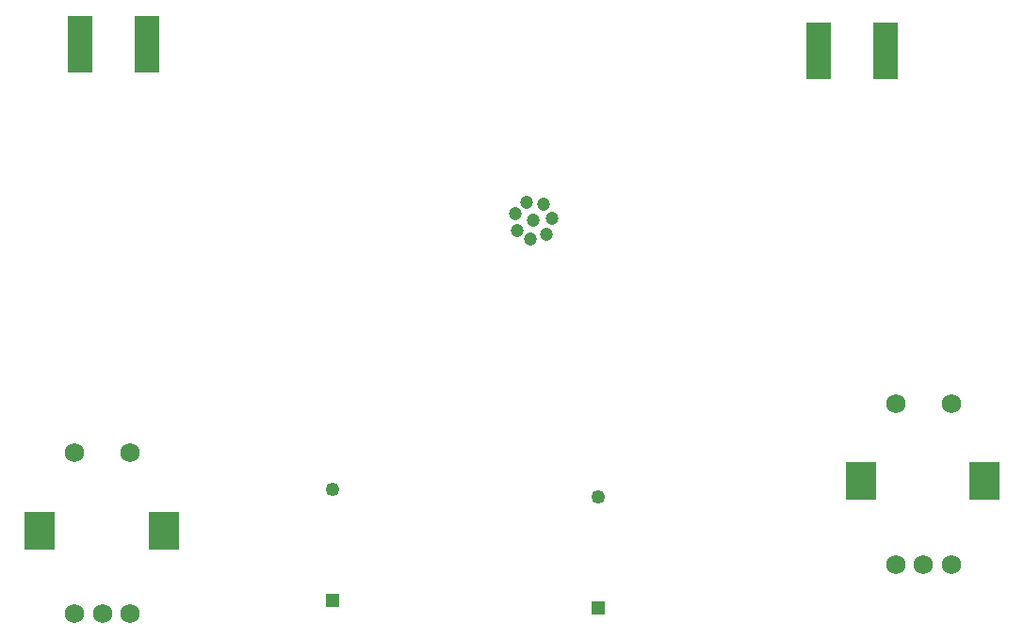
<source format=gbr>
G04*
G04 #@! TF.GenerationSoftware,Altium Limited,Altium Designer,24.10.1 (45)*
G04*
G04 Layer_Color=16711935*
%FSLAX44Y44*%
%MOMM*%
G71*
G04*
G04 #@! TF.SameCoordinates,B1CABA93-0C74-4B59-BD3F-C8C2F7FF4E79*
G04*
G04*
G04 #@! TF.FilePolarity,Negative*
G04*
G01*
G75*
%ADD12C,1.2032*%
%ADD13R,2.2032X5.2032*%
%ADD14R,2.8032X3.4032*%
%ADD15C,1.7532*%
%ADD16R,1.2500X1.2500*%
%ADD17C,1.2500*%
D12*
X829310Y486410D02*
D03*
X838503Y500710D02*
D03*
X823861Y502513D02*
D03*
X813323Y492190D02*
D03*
X814823Y477514D02*
D03*
X846222Y488139D02*
D03*
X827233Y469537D02*
D03*
X841206Y474266D02*
D03*
D13*
X482120Y645160D02*
D03*
X422120D02*
D03*
X1145850Y638810D02*
D03*
X1085850D02*
D03*
D14*
X497270Y207320D02*
D03*
X386270D02*
D03*
X1235140Y251770D02*
D03*
X1124140D02*
D03*
D15*
X417270Y277320D02*
D03*
X467270D02*
D03*
X417270Y132320D02*
D03*
X467270D02*
D03*
X442270D02*
D03*
X1155140Y321770D02*
D03*
X1205140D02*
D03*
X1155140Y176770D02*
D03*
X1205140D02*
D03*
X1180140D02*
D03*
D16*
X648970Y144310D02*
D03*
X887730Y137960D02*
D03*
D17*
X648970Y244310D02*
D03*
X887730Y237960D02*
D03*
M02*

</source>
